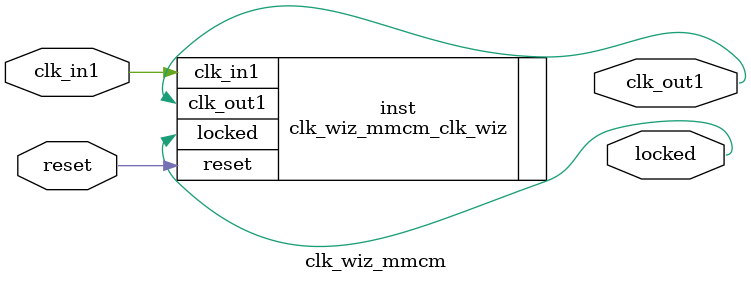
<source format=v>


`timescale 1ps/1ps

(* CORE_GENERATION_INFO = "clk_wiz_mmcm,clk_wiz_v6_0_2_0_0,{component_name=clk_wiz_mmcm,use_phase_alignment=false,use_min_o_jitter=false,use_max_i_jitter=false,use_dyn_phase_shift=false,use_inclk_switchover=false,use_dyn_reconfig=false,enable_axi=0,feedback_source=FDBK_AUTO,PRIMITIVE=MMCM,num_out_clk=1,clkin1_period=5.000,clkin2_period=10.0,use_power_down=false,use_reset=true,use_locked=true,use_inclk_stopped=false,feedback_type=SINGLE,CLOCK_MGR_TYPE=NA,manual_override=false}" *)

module clk_wiz_mmcm 
 (
  // Clock out ports
  output        clk_out1,
  // Status and control signals
  input         reset,
  output        locked,
 // Clock in ports
  input         clk_in1
 );

  clk_wiz_mmcm_clk_wiz inst
  (
  // Clock out ports  
  .clk_out1(clk_out1),
  // Status and control signals               
  .reset(reset), 
  .locked(locked),
 // Clock in ports
  .clk_in1(clk_in1)
  );

endmodule

</source>
